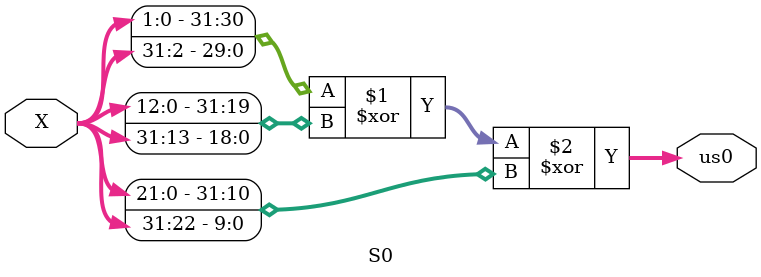
<source format=sv>
module S0(
 input logic [31:0] X,
 output logic [31:0] us0
);

assign us0 = ({X[1:0],X[31:2]} ^ {X[12:0],X[31:13]} ^ {X[21:0],X[31:22]});

endmodule

</source>
